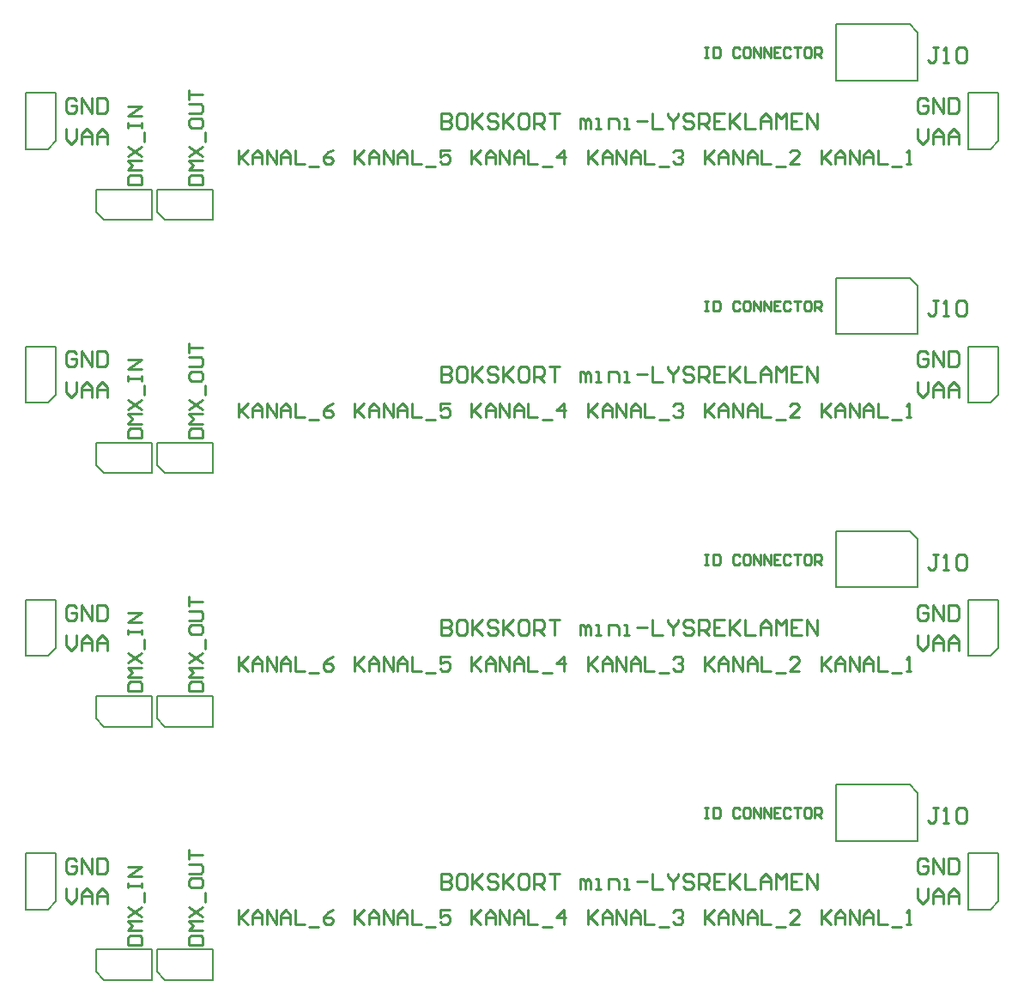
<source format=gto>
G04 Layer_Color=65535*
%FSLAX25Y25*%
%MOIN*%
G70*
G01*
G75*
%ADD11C,0.00787*%
%ADD18C,0.01000*%
D11*
X35276Y21654D02*
X57087D01*
X35276Y12992D02*
Y21654D01*
Y12992D02*
X38425Y9843D01*
X57087D01*
Y21654D01*
X58898D02*
X80709D01*
X58898Y12992D02*
Y21654D01*
Y12992D02*
X62047Y9843D01*
X80709D01*
Y21654D01*
X322559Y63898D02*
Y85709D01*
X351339D01*
X354488Y82559D01*
Y63898D02*
Y82559D01*
X322559Y63898D02*
X354488D01*
X374016Y59055D02*
X385827D01*
Y40394D02*
Y59055D01*
X382677Y37244D02*
X385827Y40394D01*
X374016Y37244D02*
X382677D01*
X374016D02*
Y59055D01*
X7874D02*
X19685D01*
Y40394D02*
Y59055D01*
X16535Y37244D02*
X19685Y40394D01*
X7874Y37244D02*
X16535D01*
X7874D02*
Y59055D01*
X35276Y120079D02*
X57087D01*
X35276Y111417D02*
Y120079D01*
Y111417D02*
X38425Y108268D01*
X57087D01*
Y120079D01*
X58898D02*
X80709D01*
X58898Y111417D02*
Y120079D01*
Y111417D02*
X62047Y108268D01*
X80709D01*
Y120079D01*
X322559Y162323D02*
Y184134D01*
X351339D01*
X354488Y180984D01*
Y162323D02*
Y180984D01*
X322559Y162323D02*
X354488D01*
X374016Y157480D02*
X385827D01*
Y138819D02*
Y157480D01*
X382677Y135669D02*
X385827Y138819D01*
X374016Y135669D02*
X382677D01*
X374016D02*
Y157480D01*
X7874D02*
X19685D01*
Y138819D02*
Y157480D01*
X16535Y135669D02*
X19685Y138819D01*
X7874Y135669D02*
X16535D01*
X7874D02*
Y157480D01*
X35276Y218504D02*
X57087D01*
X35276Y209842D02*
Y218504D01*
Y209842D02*
X38425Y206693D01*
X57087D01*
Y218504D01*
X58898D02*
X80709D01*
X58898Y209842D02*
Y218504D01*
Y209842D02*
X62047Y206693D01*
X80709D01*
Y218504D01*
X322559Y260748D02*
Y282559D01*
X351339D01*
X354488Y279410D01*
Y260748D02*
Y279410D01*
X322559Y260748D02*
X354488D01*
X374016Y255906D02*
X385827D01*
Y237244D02*
Y255906D01*
X382677Y234095D02*
X385827Y237244D01*
X374016Y234095D02*
X382677D01*
X374016D02*
Y255906D01*
X7874D02*
X19685D01*
Y237244D02*
Y255906D01*
X16535Y234095D02*
X19685Y237244D01*
X7874Y234095D02*
X16535D01*
X7874D02*
Y255906D01*
X35276Y316929D02*
X57087D01*
X35276Y308268D02*
Y316929D01*
Y308268D02*
X38425Y305118D01*
X57087D01*
Y316929D01*
X58898D02*
X80709D01*
X58898Y308268D02*
Y316929D01*
Y308268D02*
X62047Y305118D01*
X80709D01*
Y316929D01*
X322559Y359173D02*
Y380984D01*
X351339D01*
X354488Y377835D01*
Y359173D02*
Y377835D01*
X322559Y359173D02*
X354488D01*
X374016Y354331D02*
X385827D01*
Y335669D02*
Y354331D01*
X382677Y332520D02*
X385827Y335669D01*
X374016Y332520D02*
X382677D01*
X374016D02*
Y354331D01*
X7874D02*
X19685D01*
Y335669D02*
Y354331D01*
X16535Y332520D02*
X19685Y335669D01*
X7874Y332520D02*
X16535D01*
X7874D02*
Y354331D01*
D18*
X362266Y76864D02*
X360267D01*
X361267D01*
Y71866D01*
X360267Y70866D01*
X359267D01*
X358268Y71866D01*
X364266Y70866D02*
X366265D01*
X365265D01*
Y76864D01*
X364266Y75864D01*
X369264D02*
X370264Y76864D01*
X372263D01*
X373263Y75864D01*
Y71866D01*
X372263Y70866D01*
X370264D01*
X369264Y71866D01*
Y75864D01*
X47640Y23622D02*
X53150D01*
Y26377D01*
X52231Y27295D01*
X48558D01*
X47640Y26377D01*
Y23622D01*
X53150Y29132D02*
X47640D01*
X49476Y30969D01*
X47640Y32805D01*
X53150D01*
X47640Y34642D02*
X53150Y38315D01*
X47640D02*
X53150Y34642D01*
X54068Y40152D02*
Y43826D01*
X47640Y45662D02*
Y47499D01*
Y46580D01*
X53150D01*
Y45662D01*
Y47499D01*
Y50254D02*
X47640D01*
X53150Y53927D01*
X47640D01*
X71262Y23622D02*
X76772D01*
Y26377D01*
X75853Y27295D01*
X72180D01*
X71262Y26377D01*
Y23622D01*
X76772Y29132D02*
X71262D01*
X73098Y30969D01*
X71262Y32805D01*
X76772D01*
X71262Y34642D02*
X76772Y38315D01*
X71262D02*
X76772Y34642D01*
X77690Y40152D02*
Y43826D01*
X71262Y48417D02*
Y46580D01*
X72180Y45662D01*
X75853D01*
X76772Y46580D01*
Y48417D01*
X75853Y49336D01*
X72180D01*
X71262Y48417D01*
Y51172D02*
X75853D01*
X76772Y52091D01*
Y53927D01*
X75853Y54846D01*
X71262D01*
Y56682D02*
Y60356D01*
Y58519D01*
X76772D01*
X316929Y37006D02*
Y31496D01*
Y33333D01*
X320602Y37006D01*
X317847Y34251D01*
X320602Y31496D01*
X322439D02*
Y35169D01*
X324276Y37006D01*
X326113Y35169D01*
Y31496D01*
Y34251D01*
X322439D01*
X327949Y31496D02*
Y37006D01*
X331623Y31496D01*
Y37006D01*
X333459Y31496D02*
Y35169D01*
X335296Y37006D01*
X337133Y35169D01*
Y31496D01*
Y34251D01*
X333459D01*
X338969Y37006D02*
Y31496D01*
X342643D01*
X344479Y30578D02*
X348153D01*
X349989Y31496D02*
X351826D01*
X350908D01*
Y37006D01*
X349989Y36088D01*
X271654Y37006D02*
Y31496D01*
Y33333D01*
X275327Y37006D01*
X272572Y34251D01*
X275327Y31496D01*
X277164D02*
Y35169D01*
X279000Y37006D01*
X280837Y35169D01*
Y31496D01*
Y34251D01*
X277164D01*
X282674Y31496D02*
Y37006D01*
X286347Y31496D01*
Y37006D01*
X288184Y31496D02*
Y35169D01*
X290020Y37006D01*
X291857Y35169D01*
Y31496D01*
Y34251D01*
X288184D01*
X293694Y37006D02*
Y31496D01*
X297367D01*
X299204Y30578D02*
X302877D01*
X308387Y31496D02*
X304714D01*
X308387Y35169D01*
Y36088D01*
X307469Y37006D01*
X305632D01*
X304714Y36088D01*
X226378Y37006D02*
Y31496D01*
Y33333D01*
X230051Y37006D01*
X227296Y34251D01*
X230051Y31496D01*
X231888D02*
Y35169D01*
X233725Y37006D01*
X235561Y35169D01*
Y31496D01*
Y34251D01*
X231888D01*
X237398Y31496D02*
Y37006D01*
X241071Y31496D01*
Y37006D01*
X242908Y31496D02*
Y35169D01*
X244745Y37006D01*
X246581Y35169D01*
Y31496D01*
Y34251D01*
X242908D01*
X248418Y37006D02*
Y31496D01*
X252091D01*
X253928Y30578D02*
X257601D01*
X259438Y36088D02*
X260356Y37006D01*
X262193D01*
X263111Y36088D01*
Y35169D01*
X262193Y34251D01*
X261275D01*
X262193D01*
X263111Y33333D01*
Y32414D01*
X262193Y31496D01*
X260356D01*
X259438Y32414D01*
X181102Y37006D02*
Y31496D01*
Y33333D01*
X184776Y37006D01*
X182021Y34251D01*
X184776Y31496D01*
X186612D02*
Y35169D01*
X188449Y37006D01*
X190286Y35169D01*
Y31496D01*
Y34251D01*
X186612D01*
X192122Y31496D02*
Y37006D01*
X195796Y31496D01*
Y37006D01*
X197633Y31496D02*
Y35169D01*
X199469Y37006D01*
X201306Y35169D01*
Y31496D01*
Y34251D01*
X197633D01*
X203142Y37006D02*
Y31496D01*
X206816D01*
X208652Y30578D02*
X212326D01*
X216918Y31496D02*
Y37006D01*
X214163Y34251D01*
X217836D01*
X135827Y37006D02*
Y31496D01*
Y33333D01*
X139500Y37006D01*
X136745Y34251D01*
X139500Y31496D01*
X141337D02*
Y35169D01*
X143174Y37006D01*
X145010Y35169D01*
Y31496D01*
Y34251D01*
X141337D01*
X146847Y31496D02*
Y37006D01*
X150520Y31496D01*
Y37006D01*
X152357Y31496D02*
Y35169D01*
X154194Y37006D01*
X156030Y35169D01*
Y31496D01*
Y34251D01*
X152357D01*
X157867Y37006D02*
Y31496D01*
X161540D01*
X163377Y30578D02*
X167050D01*
X172560Y37006D02*
X168887D01*
Y34251D01*
X170724Y35169D01*
X171642D01*
X172560Y34251D01*
Y32414D01*
X171642Y31496D01*
X169805D01*
X168887Y32414D01*
X90551Y37006D02*
Y31496D01*
Y33333D01*
X94225Y37006D01*
X91470Y34251D01*
X94225Y31496D01*
X96061D02*
Y35169D01*
X97898Y37006D01*
X99735Y35169D01*
Y31496D01*
Y34251D01*
X96061D01*
X101571Y31496D02*
Y37006D01*
X105245Y31496D01*
Y37006D01*
X107081Y31496D02*
Y35169D01*
X108918Y37006D01*
X110755Y35169D01*
Y31496D01*
Y34251D01*
X107081D01*
X112591Y37006D02*
Y31496D01*
X116265D01*
X118101Y30578D02*
X121775D01*
X127285Y37006D02*
X125448Y36088D01*
X123611Y34251D01*
Y32414D01*
X124530Y31496D01*
X126366D01*
X127285Y32414D01*
Y33333D01*
X126366Y34251D01*
X123611D01*
X169291Y51274D02*
Y45276D01*
X172290D01*
X173290Y46275D01*
Y47275D01*
X172290Y48275D01*
X169291D01*
X172290D01*
X173290Y49274D01*
Y50274D01*
X172290Y51274D01*
X169291D01*
X178288D02*
X176289D01*
X175289Y50274D01*
Y46275D01*
X176289Y45276D01*
X178288D01*
X179288Y46275D01*
Y50274D01*
X178288Y51274D01*
X181288D02*
Y45276D01*
Y47275D01*
X185286Y51274D01*
X182287Y48275D01*
X185286Y45276D01*
X191284Y50274D02*
X190285Y51274D01*
X188285D01*
X187285Y50274D01*
Y49274D01*
X188285Y48275D01*
X190285D01*
X191284Y47275D01*
Y46275D01*
X190285Y45276D01*
X188285D01*
X187285Y46275D01*
X193284Y51274D02*
Y45276D01*
Y47275D01*
X197282Y51274D01*
X194283Y48275D01*
X197282Y45276D01*
X202281Y51274D02*
X200281D01*
X199282Y50274D01*
Y46275D01*
X200281Y45276D01*
X202281D01*
X203280Y46275D01*
Y50274D01*
X202281Y51274D01*
X205280Y45276D02*
Y51274D01*
X208279D01*
X209278Y50274D01*
Y48275D01*
X208279Y47275D01*
X205280D01*
X207279D02*
X209278Y45276D01*
X211278Y51274D02*
X215277D01*
X213277D01*
Y45276D01*
X223274D02*
Y49274D01*
X224274D01*
X225273Y48275D01*
Y45276D01*
Y48275D01*
X226273Y49274D01*
X227273Y48275D01*
Y45276D01*
X229272D02*
X231271D01*
X230272D01*
Y49274D01*
X229272D01*
X234270Y45276D02*
Y49274D01*
X237269D01*
X238269Y48275D01*
Y45276D01*
X240268D02*
X242268D01*
X241268D01*
Y49274D01*
X240268D01*
X245267Y48275D02*
X249266D01*
X251265Y51274D02*
Y45276D01*
X255263D01*
X257263Y51274D02*
Y50274D01*
X259262Y48275D01*
X261262Y50274D01*
Y51274D01*
X259262Y48275D02*
Y45276D01*
X267260Y50274D02*
X266260Y51274D01*
X264261D01*
X263261Y50274D01*
Y49274D01*
X264261Y48275D01*
X266260D01*
X267260Y47275D01*
Y46275D01*
X266260Y45276D01*
X264261D01*
X263261Y46275D01*
X269259Y45276D02*
Y51274D01*
X272258D01*
X273258Y50274D01*
Y48275D01*
X272258Y47275D01*
X269259D01*
X271258D02*
X273258Y45276D01*
X279256Y51274D02*
X275257D01*
Y45276D01*
X279256D01*
X275257Y48275D02*
X277256D01*
X281255Y51274D02*
Y45276D01*
Y47275D01*
X285254Y51274D01*
X282255Y48275D01*
X285254Y45276D01*
X287253Y51274D02*
Y45276D01*
X291252D01*
X293251D02*
Y49274D01*
X295251Y51274D01*
X297250Y49274D01*
Y45276D01*
Y48275D01*
X293251D01*
X299249Y45276D02*
Y51274D01*
X301249Y49274D01*
X303248Y51274D01*
Y45276D01*
X309246Y51274D02*
X305247D01*
Y45276D01*
X309246D01*
X305247Y48275D02*
X307247D01*
X311245Y45276D02*
Y51274D01*
X315244Y45276D01*
Y51274D01*
X23622Y45368D02*
Y41370D01*
X25621Y39370D01*
X27621Y41370D01*
Y45368D01*
X29620Y39370D02*
Y43369D01*
X31620Y45368D01*
X33619Y43369D01*
Y39370D01*
Y42369D01*
X29620D01*
X35618Y39370D02*
Y43369D01*
X37618Y45368D01*
X39617Y43369D01*
Y39370D01*
Y42369D01*
X35618D01*
X27621Y56179D02*
X26621Y57179D01*
X24622D01*
X23622Y56179D01*
Y52181D01*
X24622Y51181D01*
X26621D01*
X27621Y52181D01*
Y54180D01*
X25621D01*
X29620Y51181D02*
Y57179D01*
X33619Y51181D01*
Y57179D01*
X35618D02*
Y51181D01*
X38617D01*
X39617Y52181D01*
Y56179D01*
X38617Y57179D01*
X35618D01*
X358330Y56179D02*
X357330Y57179D01*
X355330D01*
X354331Y56179D01*
Y52181D01*
X355330Y51181D01*
X357330D01*
X358330Y52181D01*
Y54180D01*
X356330D01*
X360329Y51181D02*
Y57179D01*
X364328Y51181D01*
Y57179D01*
X366327D02*
Y51181D01*
X369326D01*
X370326Y52181D01*
Y56179D01*
X369326Y57179D01*
X366327D01*
X354331Y45368D02*
Y41370D01*
X356330Y39370D01*
X358330Y41370D01*
Y45368D01*
X360329Y39370D02*
Y43369D01*
X362328Y45368D01*
X364328Y43369D01*
Y39370D01*
Y42369D01*
X360329D01*
X366327Y39370D02*
Y43369D01*
X368326Y45368D01*
X370326Y43369D01*
Y39370D01*
Y42369D01*
X366327D01*
X271654Y76770D02*
X272966D01*
X272309D01*
Y72835D01*
X271654D01*
X272966D01*
X274933Y76770D02*
Y72835D01*
X276901D01*
X277557Y73491D01*
Y76114D01*
X276901Y76770D01*
X274933D01*
X285429Y76114D02*
X284773Y76770D01*
X283461D01*
X282805Y76114D01*
Y73491D01*
X283461Y72835D01*
X284773D01*
X285429Y73491D01*
X288708Y76770D02*
X287397D01*
X286740Y76114D01*
Y73491D01*
X287397Y72835D01*
X288708D01*
X289364Y73491D01*
Y76114D01*
X288708Y76770D01*
X290676Y72835D02*
Y76770D01*
X293300Y72835D01*
Y76770D01*
X294612Y72835D02*
Y76770D01*
X297236Y72835D01*
Y76770D01*
X301172D02*
X298548D01*
Y72835D01*
X301172D01*
X298548Y74803D02*
X299860D01*
X305107Y76114D02*
X304451Y76770D01*
X303139D01*
X302484Y76114D01*
Y73491D01*
X303139Y72835D01*
X304451D01*
X305107Y73491D01*
X306419Y76770D02*
X309043D01*
X307731D01*
Y72835D01*
X312323Y76770D02*
X311011D01*
X310355Y76114D01*
Y73491D01*
X311011Y72835D01*
X312323D01*
X312979Y73491D01*
Y76114D01*
X312323Y76770D01*
X314291Y72835D02*
Y76770D01*
X316259D01*
X316915Y76114D01*
Y74803D01*
X316259Y74147D01*
X314291D01*
X315603D02*
X316915Y72835D01*
X362266Y175289D02*
X360267D01*
X361267D01*
Y170291D01*
X360267Y169291D01*
X359267D01*
X358268Y170291D01*
X364266Y169291D02*
X366265D01*
X365265D01*
Y175289D01*
X364266Y174290D01*
X369264D02*
X370264Y175289D01*
X372263D01*
X373263Y174290D01*
Y170291D01*
X372263Y169291D01*
X370264D01*
X369264Y170291D01*
Y174290D01*
X47640Y122047D02*
X53150D01*
Y124802D01*
X52231Y125721D01*
X48558D01*
X47640Y124802D01*
Y122047D01*
X53150Y127557D02*
X47640D01*
X49476Y129394D01*
X47640Y131231D01*
X53150D01*
X47640Y133067D02*
X53150Y136741D01*
X47640D02*
X53150Y133067D01*
X54068Y138577D02*
Y142251D01*
X47640Y144087D02*
Y145924D01*
Y145006D01*
X53150D01*
Y144087D01*
Y145924D01*
Y148679D02*
X47640D01*
X53150Y152352D01*
X47640D01*
X71262Y122047D02*
X76772D01*
Y124802D01*
X75853Y125721D01*
X72180D01*
X71262Y124802D01*
Y122047D01*
X76772Y127557D02*
X71262D01*
X73098Y129394D01*
X71262Y131231D01*
X76772D01*
X71262Y133067D02*
X76772Y136741D01*
X71262D02*
X76772Y133067D01*
X77690Y138577D02*
Y142251D01*
X71262Y146842D02*
Y145006D01*
X72180Y144087D01*
X75853D01*
X76772Y145006D01*
Y146842D01*
X75853Y147761D01*
X72180D01*
X71262Y146842D01*
Y149597D02*
X75853D01*
X76772Y150516D01*
Y152352D01*
X75853Y153271D01*
X71262D01*
Y155107D02*
Y158781D01*
Y156944D01*
X76772D01*
X316929Y135431D02*
Y129921D01*
Y131758D01*
X320602Y135431D01*
X317847Y132676D01*
X320602Y129921D01*
X322439D02*
Y133595D01*
X324276Y135431D01*
X326113Y133595D01*
Y129921D01*
Y132676D01*
X322439D01*
X327949Y129921D02*
Y135431D01*
X331623Y129921D01*
Y135431D01*
X333459Y129921D02*
Y133595D01*
X335296Y135431D01*
X337133Y133595D01*
Y129921D01*
Y132676D01*
X333459D01*
X338969Y135431D02*
Y129921D01*
X342643D01*
X344479Y129003D02*
X348153D01*
X349989Y129921D02*
X351826D01*
X350908D01*
Y135431D01*
X349989Y134513D01*
X271654Y135431D02*
Y129921D01*
Y131758D01*
X275327Y135431D01*
X272572Y132676D01*
X275327Y129921D01*
X277164D02*
Y133595D01*
X279000Y135431D01*
X280837Y133595D01*
Y129921D01*
Y132676D01*
X277164D01*
X282674Y129921D02*
Y135431D01*
X286347Y129921D01*
Y135431D01*
X288184Y129921D02*
Y133595D01*
X290020Y135431D01*
X291857Y133595D01*
Y129921D01*
Y132676D01*
X288184D01*
X293694Y135431D02*
Y129921D01*
X297367D01*
X299204Y129003D02*
X302877D01*
X308387Y129921D02*
X304714D01*
X308387Y133595D01*
Y134513D01*
X307469Y135431D01*
X305632D01*
X304714Y134513D01*
X226378Y135431D02*
Y129921D01*
Y131758D01*
X230051Y135431D01*
X227296Y132676D01*
X230051Y129921D01*
X231888D02*
Y133595D01*
X233725Y135431D01*
X235561Y133595D01*
Y129921D01*
Y132676D01*
X231888D01*
X237398Y129921D02*
Y135431D01*
X241071Y129921D01*
Y135431D01*
X242908Y129921D02*
Y133595D01*
X244745Y135431D01*
X246581Y133595D01*
Y129921D01*
Y132676D01*
X242908D01*
X248418Y135431D02*
Y129921D01*
X252091D01*
X253928Y129003D02*
X257601D01*
X259438Y134513D02*
X260356Y135431D01*
X262193D01*
X263111Y134513D01*
Y133595D01*
X262193Y132676D01*
X261275D01*
X262193D01*
X263111Y131758D01*
Y130840D01*
X262193Y129921D01*
X260356D01*
X259438Y130840D01*
X181102Y135431D02*
Y129921D01*
Y131758D01*
X184776Y135431D01*
X182021Y132676D01*
X184776Y129921D01*
X186612D02*
Y133595D01*
X188449Y135431D01*
X190286Y133595D01*
Y129921D01*
Y132676D01*
X186612D01*
X192122Y129921D02*
Y135431D01*
X195796Y129921D01*
Y135431D01*
X197633Y129921D02*
Y133595D01*
X199469Y135431D01*
X201306Y133595D01*
Y129921D01*
Y132676D01*
X197633D01*
X203142Y135431D02*
Y129921D01*
X206816D01*
X208652Y129003D02*
X212326D01*
X216918Y129921D02*
Y135431D01*
X214163Y132676D01*
X217836D01*
X135827Y135431D02*
Y129921D01*
Y131758D01*
X139500Y135431D01*
X136745Y132676D01*
X139500Y129921D01*
X141337D02*
Y133595D01*
X143174Y135431D01*
X145010Y133595D01*
Y129921D01*
Y132676D01*
X141337D01*
X146847Y129921D02*
Y135431D01*
X150520Y129921D01*
Y135431D01*
X152357Y129921D02*
Y133595D01*
X154194Y135431D01*
X156030Y133595D01*
Y129921D01*
Y132676D01*
X152357D01*
X157867Y135431D02*
Y129921D01*
X161540D01*
X163377Y129003D02*
X167050D01*
X172560Y135431D02*
X168887D01*
Y132676D01*
X170724Y133595D01*
X171642D01*
X172560Y132676D01*
Y130840D01*
X171642Y129921D01*
X169805D01*
X168887Y130840D01*
X90551Y135431D02*
Y129921D01*
Y131758D01*
X94225Y135431D01*
X91470Y132676D01*
X94225Y129921D01*
X96061D02*
Y133595D01*
X97898Y135431D01*
X99735Y133595D01*
Y129921D01*
Y132676D01*
X96061D01*
X101571Y129921D02*
Y135431D01*
X105245Y129921D01*
Y135431D01*
X107081Y129921D02*
Y133595D01*
X108918Y135431D01*
X110755Y133595D01*
Y129921D01*
Y132676D01*
X107081D01*
X112591Y135431D02*
Y129921D01*
X116265D01*
X118101Y129003D02*
X121775D01*
X127285Y135431D02*
X125448Y134513D01*
X123611Y132676D01*
Y130840D01*
X124530Y129921D01*
X126366D01*
X127285Y130840D01*
Y131758D01*
X126366Y132676D01*
X123611D01*
X169291Y149699D02*
Y143701D01*
X172290D01*
X173290Y144701D01*
Y145700D01*
X172290Y146700D01*
X169291D01*
X172290D01*
X173290Y147699D01*
Y148699D01*
X172290Y149699D01*
X169291D01*
X178288D02*
X176289D01*
X175289Y148699D01*
Y144701D01*
X176289Y143701D01*
X178288D01*
X179288Y144701D01*
Y148699D01*
X178288Y149699D01*
X181288D02*
Y143701D01*
Y145700D01*
X185286Y149699D01*
X182287Y146700D01*
X185286Y143701D01*
X191284Y148699D02*
X190285Y149699D01*
X188285D01*
X187285Y148699D01*
Y147699D01*
X188285Y146700D01*
X190285D01*
X191284Y145700D01*
Y144701D01*
X190285Y143701D01*
X188285D01*
X187285Y144701D01*
X193284Y149699D02*
Y143701D01*
Y145700D01*
X197282Y149699D01*
X194283Y146700D01*
X197282Y143701D01*
X202281Y149699D02*
X200281D01*
X199282Y148699D01*
Y144701D01*
X200281Y143701D01*
X202281D01*
X203280Y144701D01*
Y148699D01*
X202281Y149699D01*
X205280Y143701D02*
Y149699D01*
X208279D01*
X209278Y148699D01*
Y146700D01*
X208279Y145700D01*
X205280D01*
X207279D02*
X209278Y143701D01*
X211278Y149699D02*
X215277D01*
X213277D01*
Y143701D01*
X223274D02*
Y147699D01*
X224274D01*
X225273Y146700D01*
Y143701D01*
Y146700D01*
X226273Y147699D01*
X227273Y146700D01*
Y143701D01*
X229272D02*
X231271D01*
X230272D01*
Y147699D01*
X229272D01*
X234270Y143701D02*
Y147699D01*
X237269D01*
X238269Y146700D01*
Y143701D01*
X240268D02*
X242268D01*
X241268D01*
Y147699D01*
X240268D01*
X245267Y146700D02*
X249266D01*
X251265Y149699D02*
Y143701D01*
X255263D01*
X257263Y149699D02*
Y148699D01*
X259262Y146700D01*
X261262Y148699D01*
Y149699D01*
X259262Y146700D02*
Y143701D01*
X267260Y148699D02*
X266260Y149699D01*
X264261D01*
X263261Y148699D01*
Y147699D01*
X264261Y146700D01*
X266260D01*
X267260Y145700D01*
Y144701D01*
X266260Y143701D01*
X264261D01*
X263261Y144701D01*
X269259Y143701D02*
Y149699D01*
X272258D01*
X273258Y148699D01*
Y146700D01*
X272258Y145700D01*
X269259D01*
X271258D02*
X273258Y143701D01*
X279256Y149699D02*
X275257D01*
Y143701D01*
X279256D01*
X275257Y146700D02*
X277256D01*
X281255Y149699D02*
Y143701D01*
Y145700D01*
X285254Y149699D01*
X282255Y146700D01*
X285254Y143701D01*
X287253Y149699D02*
Y143701D01*
X291252D01*
X293251D02*
Y147699D01*
X295251Y149699D01*
X297250Y147699D01*
Y143701D01*
Y146700D01*
X293251D01*
X299249Y143701D02*
Y149699D01*
X301249Y147699D01*
X303248Y149699D01*
Y143701D01*
X309246Y149699D02*
X305247D01*
Y143701D01*
X309246D01*
X305247Y146700D02*
X307247D01*
X311245Y143701D02*
Y149699D01*
X315244Y143701D01*
Y149699D01*
X23622Y143793D02*
Y139795D01*
X25621Y137795D01*
X27621Y139795D01*
Y143793D01*
X29620Y137795D02*
Y141794D01*
X31620Y143793D01*
X33619Y141794D01*
Y137795D01*
Y140794D01*
X29620D01*
X35618Y137795D02*
Y141794D01*
X37618Y143793D01*
X39617Y141794D01*
Y137795D01*
Y140794D01*
X35618D01*
X27621Y154605D02*
X26621Y155604D01*
X24622D01*
X23622Y154605D01*
Y150606D01*
X24622Y149606D01*
X26621D01*
X27621Y150606D01*
Y152605D01*
X25621D01*
X29620Y149606D02*
Y155604D01*
X33619Y149606D01*
Y155604D01*
X35618D02*
Y149606D01*
X38617D01*
X39617Y150606D01*
Y154605D01*
X38617Y155604D01*
X35618D01*
X358330Y154605D02*
X357330Y155604D01*
X355330D01*
X354331Y154605D01*
Y150606D01*
X355330Y149606D01*
X357330D01*
X358330Y150606D01*
Y152605D01*
X356330D01*
X360329Y149606D02*
Y155604D01*
X364328Y149606D01*
Y155604D01*
X366327D02*
Y149606D01*
X369326D01*
X370326Y150606D01*
Y154605D01*
X369326Y155604D01*
X366327D01*
X354331Y143793D02*
Y139795D01*
X356330Y137795D01*
X358330Y139795D01*
Y143793D01*
X360329Y137795D02*
Y141794D01*
X362328Y143793D01*
X364328Y141794D01*
Y137795D01*
Y140794D01*
X360329D01*
X366327Y137795D02*
Y141794D01*
X368326Y143793D01*
X370326Y141794D01*
Y137795D01*
Y140794D01*
X366327D01*
X271654Y175196D02*
X272966D01*
X272309D01*
Y171260D01*
X271654D01*
X272966D01*
X274933Y175196D02*
Y171260D01*
X276901D01*
X277557Y171916D01*
Y174540D01*
X276901Y175196D01*
X274933D01*
X285429Y174540D02*
X284773Y175196D01*
X283461D01*
X282805Y174540D01*
Y171916D01*
X283461Y171260D01*
X284773D01*
X285429Y171916D01*
X288708Y175196D02*
X287397D01*
X286740Y174540D01*
Y171916D01*
X287397Y171260D01*
X288708D01*
X289364Y171916D01*
Y174540D01*
X288708Y175196D01*
X290676Y171260D02*
Y175196D01*
X293300Y171260D01*
Y175196D01*
X294612Y171260D02*
Y175196D01*
X297236Y171260D01*
Y175196D01*
X301172D02*
X298548D01*
Y171260D01*
X301172D01*
X298548Y173228D02*
X299860D01*
X305107Y174540D02*
X304451Y175196D01*
X303139D01*
X302484Y174540D01*
Y171916D01*
X303139Y171260D01*
X304451D01*
X305107Y171916D01*
X306419Y175196D02*
X309043D01*
X307731D01*
Y171260D01*
X312323Y175196D02*
X311011D01*
X310355Y174540D01*
Y171916D01*
X311011Y171260D01*
X312323D01*
X312979Y171916D01*
Y174540D01*
X312323Y175196D01*
X314291Y171260D02*
Y175196D01*
X316259D01*
X316915Y174540D01*
Y173228D01*
X316259Y172572D01*
X314291D01*
X315603D02*
X316915Y171260D01*
X362266Y273715D02*
X360267D01*
X361267D01*
Y268716D01*
X360267Y267717D01*
X359267D01*
X358268Y268716D01*
X364266Y267717D02*
X366265D01*
X365265D01*
Y273715D01*
X364266Y272715D01*
X369264D02*
X370264Y273715D01*
X372263D01*
X373263Y272715D01*
Y268716D01*
X372263Y267717D01*
X370264D01*
X369264Y268716D01*
Y272715D01*
X47640Y220473D02*
X53150D01*
Y223228D01*
X52231Y224146D01*
X48558D01*
X47640Y223228D01*
Y220473D01*
X53150Y225982D02*
X47640D01*
X49476Y227819D01*
X47640Y229656D01*
X53150D01*
X47640Y231492D02*
X53150Y235166D01*
X47640D02*
X53150Y231492D01*
X54068Y237003D02*
Y240676D01*
X47640Y242513D02*
Y244349D01*
Y243431D01*
X53150D01*
Y242513D01*
Y244349D01*
Y247104D02*
X47640D01*
X53150Y250778D01*
X47640D01*
X71262Y220473D02*
X76772D01*
Y223228D01*
X75853Y224146D01*
X72180D01*
X71262Y223228D01*
Y220473D01*
X76772Y225982D02*
X71262D01*
X73098Y227819D01*
X71262Y229656D01*
X76772D01*
X71262Y231492D02*
X76772Y235166D01*
X71262D02*
X76772Y231492D01*
X77690Y237003D02*
Y240676D01*
X71262Y245268D02*
Y243431D01*
X72180Y242513D01*
X75853D01*
X76772Y243431D01*
Y245268D01*
X75853Y246186D01*
X72180D01*
X71262Y245268D01*
Y248023D02*
X75853D01*
X76772Y248941D01*
Y250778D01*
X75853Y251696D01*
X71262D01*
Y253533D02*
Y257206D01*
Y255369D01*
X76772D01*
X316929Y233857D02*
Y228346D01*
Y230183D01*
X320602Y233857D01*
X317847Y231101D01*
X320602Y228346D01*
X322439D02*
Y232020D01*
X324276Y233857D01*
X326113Y232020D01*
Y228346D01*
Y231101D01*
X322439D01*
X327949Y228346D02*
Y233857D01*
X331623Y228346D01*
Y233857D01*
X333459Y228346D02*
Y232020D01*
X335296Y233857D01*
X337133Y232020D01*
Y228346D01*
Y231101D01*
X333459D01*
X338969Y233857D02*
Y228346D01*
X342643D01*
X344479Y227428D02*
X348153D01*
X349989Y228346D02*
X351826D01*
X350908D01*
Y233857D01*
X349989Y232938D01*
X271654Y233857D02*
Y228346D01*
Y230183D01*
X275327Y233857D01*
X272572Y231101D01*
X275327Y228346D01*
X277164D02*
Y232020D01*
X279000Y233857D01*
X280837Y232020D01*
Y228346D01*
Y231101D01*
X277164D01*
X282674Y228346D02*
Y233857D01*
X286347Y228346D01*
Y233857D01*
X288184Y228346D02*
Y232020D01*
X290020Y233857D01*
X291857Y232020D01*
Y228346D01*
Y231101D01*
X288184D01*
X293694Y233857D02*
Y228346D01*
X297367D01*
X299204Y227428D02*
X302877D01*
X308387Y228346D02*
X304714D01*
X308387Y232020D01*
Y232938D01*
X307469Y233857D01*
X305632D01*
X304714Y232938D01*
X226378Y233857D02*
Y228346D01*
Y230183D01*
X230051Y233857D01*
X227296Y231101D01*
X230051Y228346D01*
X231888D02*
Y232020D01*
X233725Y233857D01*
X235561Y232020D01*
Y228346D01*
Y231101D01*
X231888D01*
X237398Y228346D02*
Y233857D01*
X241071Y228346D01*
Y233857D01*
X242908Y228346D02*
Y232020D01*
X244745Y233857D01*
X246581Y232020D01*
Y228346D01*
Y231101D01*
X242908D01*
X248418Y233857D02*
Y228346D01*
X252091D01*
X253928Y227428D02*
X257601D01*
X259438Y232938D02*
X260356Y233857D01*
X262193D01*
X263111Y232938D01*
Y232020D01*
X262193Y231101D01*
X261275D01*
X262193D01*
X263111Y230183D01*
Y229265D01*
X262193Y228346D01*
X260356D01*
X259438Y229265D01*
X181102Y233857D02*
Y228346D01*
Y230183D01*
X184776Y233857D01*
X182021Y231101D01*
X184776Y228346D01*
X186612D02*
Y232020D01*
X188449Y233857D01*
X190286Y232020D01*
Y228346D01*
Y231101D01*
X186612D01*
X192122Y228346D02*
Y233857D01*
X195796Y228346D01*
Y233857D01*
X197633Y228346D02*
Y232020D01*
X199469Y233857D01*
X201306Y232020D01*
Y228346D01*
Y231101D01*
X197633D01*
X203142Y233857D02*
Y228346D01*
X206816D01*
X208652Y227428D02*
X212326D01*
X216918Y228346D02*
Y233857D01*
X214163Y231101D01*
X217836D01*
X135827Y233857D02*
Y228346D01*
Y230183D01*
X139500Y233857D01*
X136745Y231101D01*
X139500Y228346D01*
X141337D02*
Y232020D01*
X143174Y233857D01*
X145010Y232020D01*
Y228346D01*
Y231101D01*
X141337D01*
X146847Y228346D02*
Y233857D01*
X150520Y228346D01*
Y233857D01*
X152357Y228346D02*
Y232020D01*
X154194Y233857D01*
X156030Y232020D01*
Y228346D01*
Y231101D01*
X152357D01*
X157867Y233857D02*
Y228346D01*
X161540D01*
X163377Y227428D02*
X167050D01*
X172560Y233857D02*
X168887D01*
Y231101D01*
X170724Y232020D01*
X171642D01*
X172560Y231101D01*
Y229265D01*
X171642Y228346D01*
X169805D01*
X168887Y229265D01*
X90551Y233857D02*
Y228346D01*
Y230183D01*
X94225Y233857D01*
X91470Y231101D01*
X94225Y228346D01*
X96061D02*
Y232020D01*
X97898Y233857D01*
X99735Y232020D01*
Y228346D01*
Y231101D01*
X96061D01*
X101571Y228346D02*
Y233857D01*
X105245Y228346D01*
Y233857D01*
X107081Y228346D02*
Y232020D01*
X108918Y233857D01*
X110755Y232020D01*
Y228346D01*
Y231101D01*
X107081D01*
X112591Y233857D02*
Y228346D01*
X116265D01*
X118101Y227428D02*
X121775D01*
X127285Y233857D02*
X125448Y232938D01*
X123611Y231101D01*
Y229265D01*
X124530Y228346D01*
X126366D01*
X127285Y229265D01*
Y230183D01*
X126366Y231101D01*
X123611D01*
X169291Y248124D02*
Y242126D01*
X172290D01*
X173290Y243126D01*
Y244125D01*
X172290Y245125D01*
X169291D01*
X172290D01*
X173290Y246125D01*
Y247124D01*
X172290Y248124D01*
X169291D01*
X178288D02*
X176289D01*
X175289Y247124D01*
Y243126D01*
X176289Y242126D01*
X178288D01*
X179288Y243126D01*
Y247124D01*
X178288Y248124D01*
X181288D02*
Y242126D01*
Y244125D01*
X185286Y248124D01*
X182287Y245125D01*
X185286Y242126D01*
X191284Y247124D02*
X190285Y248124D01*
X188285D01*
X187285Y247124D01*
Y246125D01*
X188285Y245125D01*
X190285D01*
X191284Y244125D01*
Y243126D01*
X190285Y242126D01*
X188285D01*
X187285Y243126D01*
X193284Y248124D02*
Y242126D01*
Y244125D01*
X197282Y248124D01*
X194283Y245125D01*
X197282Y242126D01*
X202281Y248124D02*
X200281D01*
X199282Y247124D01*
Y243126D01*
X200281Y242126D01*
X202281D01*
X203280Y243126D01*
Y247124D01*
X202281Y248124D01*
X205280Y242126D02*
Y248124D01*
X208279D01*
X209278Y247124D01*
Y245125D01*
X208279Y244125D01*
X205280D01*
X207279D02*
X209278Y242126D01*
X211278Y248124D02*
X215277D01*
X213277D01*
Y242126D01*
X223274D02*
Y246125D01*
X224274D01*
X225273Y245125D01*
Y242126D01*
Y245125D01*
X226273Y246125D01*
X227273Y245125D01*
Y242126D01*
X229272D02*
X231271D01*
X230272D01*
Y246125D01*
X229272D01*
X234270Y242126D02*
Y246125D01*
X237269D01*
X238269Y245125D01*
Y242126D01*
X240268D02*
X242268D01*
X241268D01*
Y246125D01*
X240268D01*
X245267Y245125D02*
X249266D01*
X251265Y248124D02*
Y242126D01*
X255263D01*
X257263Y248124D02*
Y247124D01*
X259262Y245125D01*
X261262Y247124D01*
Y248124D01*
X259262Y245125D02*
Y242126D01*
X267260Y247124D02*
X266260Y248124D01*
X264261D01*
X263261Y247124D01*
Y246125D01*
X264261Y245125D01*
X266260D01*
X267260Y244125D01*
Y243126D01*
X266260Y242126D01*
X264261D01*
X263261Y243126D01*
X269259Y242126D02*
Y248124D01*
X272258D01*
X273258Y247124D01*
Y245125D01*
X272258Y244125D01*
X269259D01*
X271258D02*
X273258Y242126D01*
X279256Y248124D02*
X275257D01*
Y242126D01*
X279256D01*
X275257Y245125D02*
X277256D01*
X281255Y248124D02*
Y242126D01*
Y244125D01*
X285254Y248124D01*
X282255Y245125D01*
X285254Y242126D01*
X287253Y248124D02*
Y242126D01*
X291252D01*
X293251D02*
Y246125D01*
X295251Y248124D01*
X297250Y246125D01*
Y242126D01*
Y245125D01*
X293251D01*
X299249Y242126D02*
Y248124D01*
X301249Y246125D01*
X303248Y248124D01*
Y242126D01*
X309246Y248124D02*
X305247D01*
Y242126D01*
X309246D01*
X305247Y245125D02*
X307247D01*
X311245Y242126D02*
Y248124D01*
X315244Y242126D01*
Y248124D01*
X23622Y242219D02*
Y238220D01*
X25621Y236221D01*
X27621Y238220D01*
Y242219D01*
X29620Y236221D02*
Y240219D01*
X31620Y242219D01*
X33619Y240219D01*
Y236221D01*
Y239220D01*
X29620D01*
X35618Y236221D02*
Y240219D01*
X37618Y242219D01*
X39617Y240219D01*
Y236221D01*
Y239220D01*
X35618D01*
X27621Y253030D02*
X26621Y254030D01*
X24622D01*
X23622Y253030D01*
Y249031D01*
X24622Y248032D01*
X26621D01*
X27621Y249031D01*
Y251031D01*
X25621D01*
X29620Y248032D02*
Y254030D01*
X33619Y248032D01*
Y254030D01*
X35618D02*
Y248032D01*
X38617D01*
X39617Y249031D01*
Y253030D01*
X38617Y254030D01*
X35618D01*
X358330Y253030D02*
X357330Y254030D01*
X355330D01*
X354331Y253030D01*
Y249031D01*
X355330Y248032D01*
X357330D01*
X358330Y249031D01*
Y251031D01*
X356330D01*
X360329Y248032D02*
Y254030D01*
X364328Y248032D01*
Y254030D01*
X366327D02*
Y248032D01*
X369326D01*
X370326Y249031D01*
Y253030D01*
X369326Y254030D01*
X366327D01*
X354331Y242219D02*
Y238220D01*
X356330Y236221D01*
X358330Y238220D01*
Y242219D01*
X360329Y236221D02*
Y240219D01*
X362328Y242219D01*
X364328Y240219D01*
Y236221D01*
Y239220D01*
X360329D01*
X366327Y236221D02*
Y240219D01*
X368326Y242219D01*
X370326Y240219D01*
Y236221D01*
Y239220D01*
X366327D01*
X271654Y273621D02*
X272966D01*
X272309D01*
Y269685D01*
X271654D01*
X272966D01*
X274933Y273621D02*
Y269685D01*
X276901D01*
X277557Y270341D01*
Y272965D01*
X276901Y273621D01*
X274933D01*
X285429Y272965D02*
X284773Y273621D01*
X283461D01*
X282805Y272965D01*
Y270341D01*
X283461Y269685D01*
X284773D01*
X285429Y270341D01*
X288708Y273621D02*
X287397D01*
X286740Y272965D01*
Y270341D01*
X287397Y269685D01*
X288708D01*
X289364Y270341D01*
Y272965D01*
X288708Y273621D01*
X290676Y269685D02*
Y273621D01*
X293300Y269685D01*
Y273621D01*
X294612Y269685D02*
Y273621D01*
X297236Y269685D01*
Y273621D01*
X301172D02*
X298548D01*
Y269685D01*
X301172D01*
X298548Y271653D02*
X299860D01*
X305107Y272965D02*
X304451Y273621D01*
X303139D01*
X302484Y272965D01*
Y270341D01*
X303139Y269685D01*
X304451D01*
X305107Y270341D01*
X306419Y273621D02*
X309043D01*
X307731D01*
Y269685D01*
X312323Y273621D02*
X311011D01*
X310355Y272965D01*
Y270341D01*
X311011Y269685D01*
X312323D01*
X312979Y270341D01*
Y272965D01*
X312323Y273621D01*
X314291Y269685D02*
Y273621D01*
X316259D01*
X316915Y272965D01*
Y271653D01*
X316259Y270997D01*
X314291D01*
X315603D02*
X316915Y269685D01*
X362266Y372140D02*
X360267D01*
X361267D01*
Y367141D01*
X360267Y366142D01*
X359267D01*
X358268Y367141D01*
X364266Y366142D02*
X366265D01*
X365265D01*
Y372140D01*
X364266Y371140D01*
X369264D02*
X370264Y372140D01*
X372263D01*
X373263Y371140D01*
Y367141D01*
X372263Y366142D01*
X370264D01*
X369264Y367141D01*
Y371140D01*
X47640Y318898D02*
X53150D01*
Y321653D01*
X52231Y322571D01*
X48558D01*
X47640Y321653D01*
Y318898D01*
X53150Y324408D02*
X47640D01*
X49476Y326244D01*
X47640Y328081D01*
X53150D01*
X47640Y329918D02*
X53150Y333591D01*
X47640D02*
X53150Y329918D01*
X54068Y335428D02*
Y339101D01*
X47640Y340938D02*
Y342775D01*
Y341856D01*
X53150D01*
Y340938D01*
Y342775D01*
Y345530D02*
X47640D01*
X53150Y349203D01*
X47640D01*
X71262Y318898D02*
X76772D01*
Y321653D01*
X75853Y322571D01*
X72180D01*
X71262Y321653D01*
Y318898D01*
X76772Y324408D02*
X71262D01*
X73098Y326244D01*
X71262Y328081D01*
X76772D01*
X71262Y329918D02*
X76772Y333591D01*
X71262D02*
X76772Y329918D01*
X77690Y335428D02*
Y339101D01*
X71262Y343693D02*
Y341856D01*
X72180Y340938D01*
X75853D01*
X76772Y341856D01*
Y343693D01*
X75853Y344611D01*
X72180D01*
X71262Y343693D01*
Y346448D02*
X75853D01*
X76772Y347366D01*
Y349203D01*
X75853Y350121D01*
X71262D01*
Y351958D02*
Y355631D01*
Y353795D01*
X76772D01*
X316929Y332282D02*
Y326772D01*
Y328608D01*
X320602Y332282D01*
X317847Y329527D01*
X320602Y326772D01*
X322439D02*
Y330445D01*
X324276Y332282D01*
X326113Y330445D01*
Y326772D01*
Y329527D01*
X322439D01*
X327949Y326772D02*
Y332282D01*
X331623Y326772D01*
Y332282D01*
X333459Y326772D02*
Y330445D01*
X335296Y332282D01*
X337133Y330445D01*
Y326772D01*
Y329527D01*
X333459D01*
X338969Y332282D02*
Y326772D01*
X342643D01*
X344479Y325853D02*
X348153D01*
X349989Y326772D02*
X351826D01*
X350908D01*
Y332282D01*
X349989Y331363D01*
X271654Y332282D02*
Y326772D01*
Y328608D01*
X275327Y332282D01*
X272572Y329527D01*
X275327Y326772D01*
X277164D02*
Y330445D01*
X279000Y332282D01*
X280837Y330445D01*
Y326772D01*
Y329527D01*
X277164D01*
X282674Y326772D02*
Y332282D01*
X286347Y326772D01*
Y332282D01*
X288184Y326772D02*
Y330445D01*
X290020Y332282D01*
X291857Y330445D01*
Y326772D01*
Y329527D01*
X288184D01*
X293694Y332282D02*
Y326772D01*
X297367D01*
X299204Y325853D02*
X302877D01*
X308387Y326772D02*
X304714D01*
X308387Y330445D01*
Y331363D01*
X307469Y332282D01*
X305632D01*
X304714Y331363D01*
X226378Y332282D02*
Y326772D01*
Y328608D01*
X230051Y332282D01*
X227296Y329527D01*
X230051Y326772D01*
X231888D02*
Y330445D01*
X233725Y332282D01*
X235561Y330445D01*
Y326772D01*
Y329527D01*
X231888D01*
X237398Y326772D02*
Y332282D01*
X241071Y326772D01*
Y332282D01*
X242908Y326772D02*
Y330445D01*
X244745Y332282D01*
X246581Y330445D01*
Y326772D01*
Y329527D01*
X242908D01*
X248418Y332282D02*
Y326772D01*
X252091D01*
X253928Y325853D02*
X257601D01*
X259438Y331363D02*
X260356Y332282D01*
X262193D01*
X263111Y331363D01*
Y330445D01*
X262193Y329527D01*
X261275D01*
X262193D01*
X263111Y328608D01*
Y327690D01*
X262193Y326772D01*
X260356D01*
X259438Y327690D01*
X181102Y332282D02*
Y326772D01*
Y328608D01*
X184776Y332282D01*
X182021Y329527D01*
X184776Y326772D01*
X186612D02*
Y330445D01*
X188449Y332282D01*
X190286Y330445D01*
Y326772D01*
Y329527D01*
X186612D01*
X192122Y326772D02*
Y332282D01*
X195796Y326772D01*
Y332282D01*
X197633Y326772D02*
Y330445D01*
X199469Y332282D01*
X201306Y330445D01*
Y326772D01*
Y329527D01*
X197633D01*
X203142Y332282D02*
Y326772D01*
X206816D01*
X208652Y325853D02*
X212326D01*
X216918Y326772D02*
Y332282D01*
X214163Y329527D01*
X217836D01*
X135827Y332282D02*
Y326772D01*
Y328608D01*
X139500Y332282D01*
X136745Y329527D01*
X139500Y326772D01*
X141337D02*
Y330445D01*
X143174Y332282D01*
X145010Y330445D01*
Y326772D01*
Y329527D01*
X141337D01*
X146847Y326772D02*
Y332282D01*
X150520Y326772D01*
Y332282D01*
X152357Y326772D02*
Y330445D01*
X154194Y332282D01*
X156030Y330445D01*
Y326772D01*
Y329527D01*
X152357D01*
X157867Y332282D02*
Y326772D01*
X161540D01*
X163377Y325853D02*
X167050D01*
X172560Y332282D02*
X168887D01*
Y329527D01*
X170724Y330445D01*
X171642D01*
X172560Y329527D01*
Y327690D01*
X171642Y326772D01*
X169805D01*
X168887Y327690D01*
X90551Y332282D02*
Y326772D01*
Y328608D01*
X94225Y332282D01*
X91470Y329527D01*
X94225Y326772D01*
X96061D02*
Y330445D01*
X97898Y332282D01*
X99735Y330445D01*
Y326772D01*
Y329527D01*
X96061D01*
X101571Y326772D02*
Y332282D01*
X105245Y326772D01*
Y332282D01*
X107081Y326772D02*
Y330445D01*
X108918Y332282D01*
X110755Y330445D01*
Y326772D01*
Y329527D01*
X107081D01*
X112591Y332282D02*
Y326772D01*
X116265D01*
X118101Y325853D02*
X121775D01*
X127285Y332282D02*
X125448Y331363D01*
X123611Y329527D01*
Y327690D01*
X124530Y326772D01*
X126366D01*
X127285Y327690D01*
Y328608D01*
X126366Y329527D01*
X123611D01*
X169291Y346549D02*
Y340551D01*
X172290D01*
X173290Y341551D01*
Y342550D01*
X172290Y343550D01*
X169291D01*
X172290D01*
X173290Y344550D01*
Y345550D01*
X172290Y346549D01*
X169291D01*
X178288D02*
X176289D01*
X175289Y345550D01*
Y341551D01*
X176289Y340551D01*
X178288D01*
X179288Y341551D01*
Y345550D01*
X178288Y346549D01*
X181288D02*
Y340551D01*
Y342550D01*
X185286Y346549D01*
X182287Y343550D01*
X185286Y340551D01*
X191284Y345550D02*
X190285Y346549D01*
X188285D01*
X187285Y345550D01*
Y344550D01*
X188285Y343550D01*
X190285D01*
X191284Y342550D01*
Y341551D01*
X190285Y340551D01*
X188285D01*
X187285Y341551D01*
X193284Y346549D02*
Y340551D01*
Y342550D01*
X197282Y346549D01*
X194283Y343550D01*
X197282Y340551D01*
X202281Y346549D02*
X200281D01*
X199282Y345550D01*
Y341551D01*
X200281Y340551D01*
X202281D01*
X203280Y341551D01*
Y345550D01*
X202281Y346549D01*
X205280Y340551D02*
Y346549D01*
X208279D01*
X209278Y345550D01*
Y343550D01*
X208279Y342550D01*
X205280D01*
X207279D02*
X209278Y340551D01*
X211278Y346549D02*
X215277D01*
X213277D01*
Y340551D01*
X223274D02*
Y344550D01*
X224274D01*
X225273Y343550D01*
Y340551D01*
Y343550D01*
X226273Y344550D01*
X227273Y343550D01*
Y340551D01*
X229272D02*
X231271D01*
X230272D01*
Y344550D01*
X229272D01*
X234270Y340551D02*
Y344550D01*
X237269D01*
X238269Y343550D01*
Y340551D01*
X240268D02*
X242268D01*
X241268D01*
Y344550D01*
X240268D01*
X245267Y343550D02*
X249266D01*
X251265Y346549D02*
Y340551D01*
X255263D01*
X257263Y346549D02*
Y345550D01*
X259262Y343550D01*
X261262Y345550D01*
Y346549D01*
X259262Y343550D02*
Y340551D01*
X267260Y345550D02*
X266260Y346549D01*
X264261D01*
X263261Y345550D01*
Y344550D01*
X264261Y343550D01*
X266260D01*
X267260Y342550D01*
Y341551D01*
X266260Y340551D01*
X264261D01*
X263261Y341551D01*
X269259Y340551D02*
Y346549D01*
X272258D01*
X273258Y345550D01*
Y343550D01*
X272258Y342550D01*
X269259D01*
X271258D02*
X273258Y340551D01*
X279256Y346549D02*
X275257D01*
Y340551D01*
X279256D01*
X275257Y343550D02*
X277256D01*
X281255Y346549D02*
Y340551D01*
Y342550D01*
X285254Y346549D01*
X282255Y343550D01*
X285254Y340551D01*
X287253Y346549D02*
Y340551D01*
X291252D01*
X293251D02*
Y344550D01*
X295251Y346549D01*
X297250Y344550D01*
Y340551D01*
Y343550D01*
X293251D01*
X299249Y340551D02*
Y346549D01*
X301249Y344550D01*
X303248Y346549D01*
Y340551D01*
X309246Y346549D02*
X305247D01*
Y340551D01*
X309246D01*
X305247Y343550D02*
X307247D01*
X311245Y340551D02*
Y346549D01*
X315244Y340551D01*
Y346549D01*
X23622Y340644D02*
Y336645D01*
X25621Y334646D01*
X27621Y336645D01*
Y340644D01*
X29620Y334646D02*
Y338644D01*
X31620Y340644D01*
X33619Y338644D01*
Y334646D01*
Y337645D01*
X29620D01*
X35618Y334646D02*
Y338644D01*
X37618Y340644D01*
X39617Y338644D01*
Y334646D01*
Y337645D01*
X35618D01*
X27621Y351455D02*
X26621Y352455D01*
X24622D01*
X23622Y351455D01*
Y347456D01*
X24622Y346457D01*
X26621D01*
X27621Y347456D01*
Y349456D01*
X25621D01*
X29620Y346457D02*
Y352455D01*
X33619Y346457D01*
Y352455D01*
X35618D02*
Y346457D01*
X38617D01*
X39617Y347456D01*
Y351455D01*
X38617Y352455D01*
X35618D01*
X358330Y351455D02*
X357330Y352455D01*
X355330D01*
X354331Y351455D01*
Y347456D01*
X355330Y346457D01*
X357330D01*
X358330Y347456D01*
Y349456D01*
X356330D01*
X360329Y346457D02*
Y352455D01*
X364328Y346457D01*
Y352455D01*
X366327D02*
Y346457D01*
X369326D01*
X370326Y347456D01*
Y351455D01*
X369326Y352455D01*
X366327D01*
X354331Y340644D02*
Y336645D01*
X356330Y334646D01*
X358330Y336645D01*
Y340644D01*
X360329Y334646D02*
Y338644D01*
X362328Y340644D01*
X364328Y338644D01*
Y334646D01*
Y337645D01*
X360329D01*
X366327Y334646D02*
Y338644D01*
X368326Y340644D01*
X370326Y338644D01*
Y334646D01*
Y337645D01*
X366327D01*
X271654Y372046D02*
X272966D01*
X272309D01*
Y368110D01*
X271654D01*
X272966D01*
X274933Y372046D02*
Y368110D01*
X276901D01*
X277557Y368766D01*
Y371390D01*
X276901Y372046D01*
X274933D01*
X285429Y371390D02*
X284773Y372046D01*
X283461D01*
X282805Y371390D01*
Y368766D01*
X283461Y368110D01*
X284773D01*
X285429Y368766D01*
X288708Y372046D02*
X287397D01*
X286740Y371390D01*
Y368766D01*
X287397Y368110D01*
X288708D01*
X289364Y368766D01*
Y371390D01*
X288708Y372046D01*
X290676Y368110D02*
Y372046D01*
X293300Y368110D01*
Y372046D01*
X294612Y368110D02*
Y372046D01*
X297236Y368110D01*
Y372046D01*
X301172D02*
X298548D01*
Y368110D01*
X301172D01*
X298548Y370078D02*
X299860D01*
X305107Y371390D02*
X304451Y372046D01*
X303139D01*
X302484Y371390D01*
Y368766D01*
X303139Y368110D01*
X304451D01*
X305107Y368766D01*
X306419Y372046D02*
X309043D01*
X307731D01*
Y368110D01*
X312323Y372046D02*
X311011D01*
X310355Y371390D01*
Y368766D01*
X311011Y368110D01*
X312323D01*
X312979Y368766D01*
Y371390D01*
X312323Y372046D01*
X314291Y368110D02*
Y372046D01*
X316259D01*
X316915Y371390D01*
Y370078D01*
X316259Y369422D01*
X314291D01*
X315603D02*
X316915Y368110D01*
M02*

</source>
